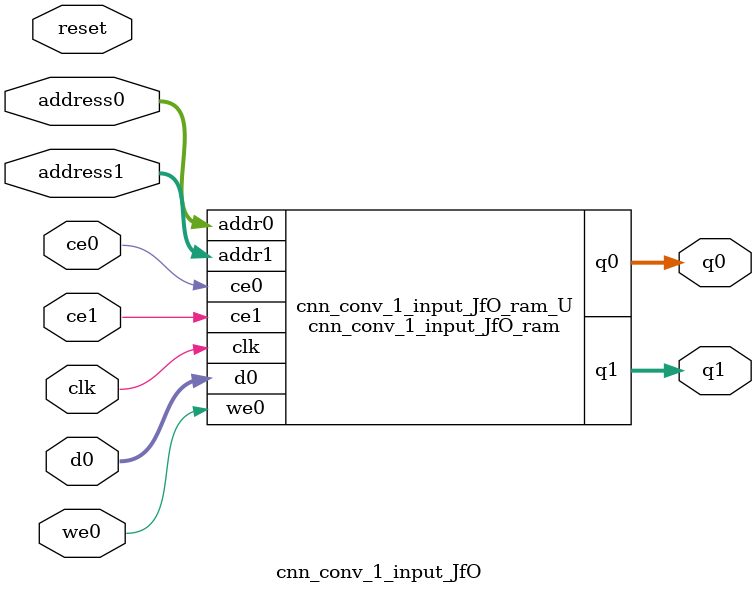
<source format=v>
`timescale 1 ns / 1 ps
module cnn_conv_1_input_JfO_ram (addr0, ce0, d0, we0, q0, addr1, ce1, q1,  clk);

parameter DWIDTH = 14;
parameter AWIDTH = 7;
parameter MEM_SIZE = 90;

input[AWIDTH-1:0] addr0;
input ce0;
input[DWIDTH-1:0] d0;
input we0;
output reg[DWIDTH-1:0] q0;
input[AWIDTH-1:0] addr1;
input ce1;
output reg[DWIDTH-1:0] q1;
input clk;

(* ram_style = "block" *)reg [DWIDTH-1:0] ram[0:MEM_SIZE-1];




always @(posedge clk)  
begin 
    if (ce0) 
    begin
        if (we0) 
        begin 
            ram[addr0] <= d0; 
        end 
        q0 <= ram[addr0];
    end
end


always @(posedge clk)  
begin 
    if (ce1) 
    begin
        q1 <= ram[addr1];
    end
end


endmodule

`timescale 1 ns / 1 ps
module cnn_conv_1_input_JfO(
    reset,
    clk,
    address0,
    ce0,
    we0,
    d0,
    q0,
    address1,
    ce1,
    q1);

parameter DataWidth = 32'd14;
parameter AddressRange = 32'd90;
parameter AddressWidth = 32'd7;
input reset;
input clk;
input[AddressWidth - 1:0] address0;
input ce0;
input we0;
input[DataWidth - 1:0] d0;
output[DataWidth - 1:0] q0;
input[AddressWidth - 1:0] address1;
input ce1;
output[DataWidth - 1:0] q1;



cnn_conv_1_input_JfO_ram cnn_conv_1_input_JfO_ram_U(
    .clk( clk ),
    .addr0( address0 ),
    .ce0( ce0 ),
    .we0( we0 ),
    .d0( d0 ),
    .q0( q0 ),
    .addr1( address1 ),
    .ce1( ce1 ),
    .q1( q1 ));

endmodule


</source>
